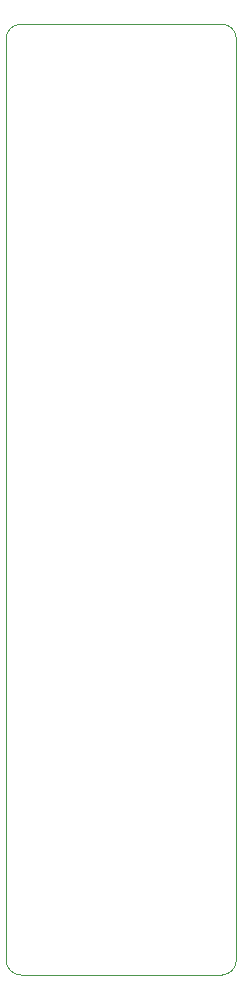
<source format=gm1>
%TF.GenerationSoftware,KiCad,Pcbnew,9.0.3*%
%TF.CreationDate,2026-01-03T20:08:18+00:00*%
%TF.ProjectId,input-panel,696e7075-742d-4706-916e-656c2e6b6963,rev?*%
%TF.SameCoordinates,Original*%
%TF.FileFunction,Profile,NP*%
%FSLAX46Y46*%
G04 Gerber Fmt 4.6, Leading zero omitted, Abs format (unit mm)*
G04 Created by KiCad (PCBNEW 9.0.3) date 2026-01-03 20:08:18*
%MOMM*%
%LPD*%
G01*
G04 APERTURE LIST*
%TA.AperFunction,Profile*%
%ADD10C,0.050000*%
%TD*%
G04 APERTURE END LIST*
D10*
X75250000Y-74500000D02*
G75*
G02*
X76500000Y-73250000I1250000J0D01*
G01*
X76500000Y-153750000D02*
G75*
G02*
X75250000Y-152500000I0J1250000D01*
G01*
X94750000Y-152500000D02*
G75*
G02*
X93500000Y-153750000I-1250000J0D01*
G01*
X93500000Y-73250000D02*
G75*
G02*
X94750000Y-74500000I0J-1250000D01*
G01*
X75250000Y-152500000D02*
X75250000Y-74500000D01*
X76500000Y-73250000D02*
X93500000Y-73250000D01*
X93500000Y-153750000D02*
X76500000Y-153750000D01*
X94750000Y-74500000D02*
X94750000Y-152500000D01*
M02*

</source>
